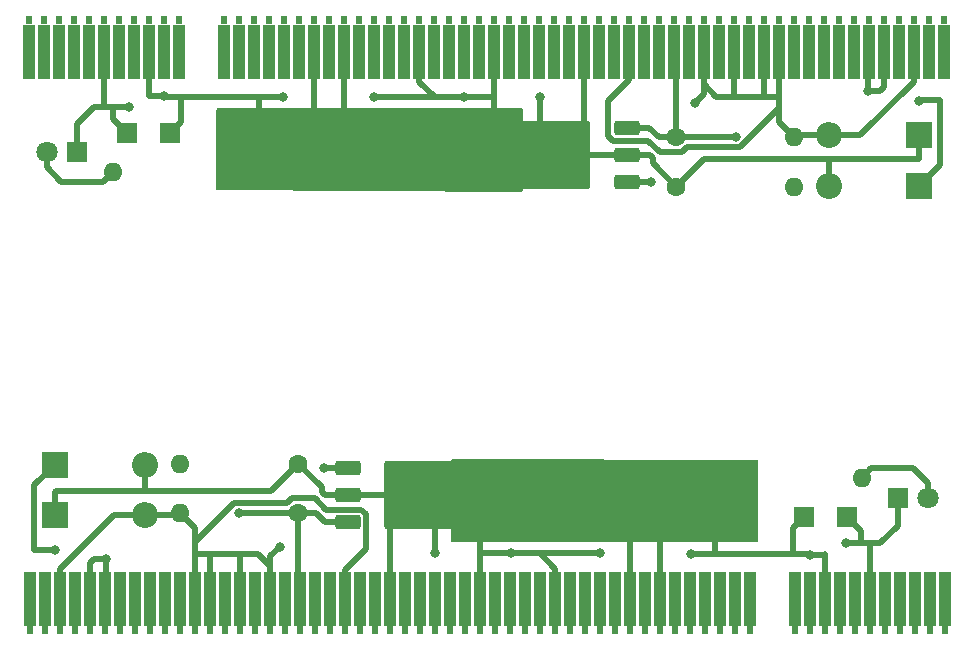
<source format=gbr>
%TF.GenerationSoftware,KiCad,Pcbnew,7.0.7*%
%TF.CreationDate,2023-11-02T08:16:25-05:00*%
%TF.ProjectId,PCI Blaster Mouse Bites,50434920-426c-4617-9374-6572204d6f75,rev?*%
%TF.SameCoordinates,Original*%
%TF.FileFunction,Copper,L1,Top*%
%TF.FilePolarity,Positive*%
%FSLAX46Y46*%
G04 Gerber Fmt 4.6, Leading zero omitted, Abs format (unit mm)*
G04 Created by KiCad (PCBNEW 7.0.7) date 2023-11-02 08:16:25*
%MOMM*%
%LPD*%
G01*
G04 APERTURE LIST*
G04 Aperture macros list*
%AMRoundRect*
0 Rectangle with rounded corners*
0 $1 Rounding radius*
0 $2 $3 $4 $5 $6 $7 $8 $9 X,Y pos of 4 corners*
0 Add a 4 corners polygon primitive as box body*
4,1,4,$2,$3,$4,$5,$6,$7,$8,$9,$2,$3,0*
0 Add four circle primitives for the rounded corners*
1,1,$1+$1,$2,$3*
1,1,$1+$1,$4,$5*
1,1,$1+$1,$6,$7*
1,1,$1+$1,$8,$9*
0 Add four rect primitives between the rounded corners*
20,1,$1+$1,$2,$3,$4,$5,0*
20,1,$1+$1,$4,$5,$6,$7,0*
20,1,$1+$1,$6,$7,$8,$9,0*
20,1,$1+$1,$8,$9,$2,$3,0*%
G04 Aperture macros list end*
%TA.AperFunction,ComponentPad*%
%ADD10R,2.200000X2.200000*%
%TD*%
%TA.AperFunction,ComponentPad*%
%ADD11O,2.200000X2.200000*%
%TD*%
%TA.AperFunction,ComponentPad*%
%ADD12C,1.600000*%
%TD*%
%TA.AperFunction,ComponentPad*%
%ADD13O,1.600000X1.600000*%
%TD*%
%TA.AperFunction,ConnectorPad*%
%ADD14R,1.020000X4.570000*%
%TD*%
%TA.AperFunction,ConnectorPad*%
%ADD15R,0.510000X0.760000*%
%TD*%
%TA.AperFunction,SMDPad,CuDef*%
%ADD16RoundRect,0.250000X0.850000X0.350000X-0.850000X0.350000X-0.850000X-0.350000X0.850000X-0.350000X0*%
%TD*%
%TA.AperFunction,SMDPad,CuDef*%
%ADD17RoundRect,0.250000X1.275000X1.125000X-1.275000X1.125000X-1.275000X-1.125000X1.275000X-1.125000X0*%
%TD*%
%TA.AperFunction,SMDPad,CuDef*%
%ADD18RoundRect,0.249997X2.950003X2.650003X-2.950003X2.650003X-2.950003X-2.650003X2.950003X-2.650003X0*%
%TD*%
%TA.AperFunction,ComponentPad*%
%ADD19R,1.700000X1.700000*%
%TD*%
%TA.AperFunction,ComponentPad*%
%ADD20R,1.800000X1.800000*%
%TD*%
%TA.AperFunction,ComponentPad*%
%ADD21C,1.800000*%
%TD*%
%TA.AperFunction,SMDPad,CuDef*%
%ADD22RoundRect,0.250000X-0.850000X-0.350000X0.850000X-0.350000X0.850000X0.350000X-0.850000X0.350000X0*%
%TD*%
%TA.AperFunction,SMDPad,CuDef*%
%ADD23RoundRect,0.250000X-1.275000X-1.125000X1.275000X-1.125000X1.275000X1.125000X-1.275000X1.125000X0*%
%TD*%
%TA.AperFunction,SMDPad,CuDef*%
%ADD24RoundRect,0.249997X-2.950003X-2.650003X2.950003X-2.650003X2.950003X2.650003X-2.950003X2.650003X0*%
%TD*%
%TA.AperFunction,ViaPad*%
%ADD25C,0.800000*%
%TD*%
%TA.AperFunction,Conductor*%
%ADD26C,0.500000*%
%TD*%
%TA.AperFunction,Conductor*%
%ADD27C,0.250000*%
%TD*%
G04 APERTURE END LIST*
D10*
%TO.P,D1,1,K*%
%TO.N,+5V*%
X190583000Y-74527000D03*
D11*
%TO.P,D1,2,A*%
%TO.N,+3.3V*%
X182963000Y-74527000D03*
%TD*%
D10*
%TO.P,D2,1,K*%
%TO.N,+3.3V*%
X190583000Y-70277000D03*
D11*
%TO.P,D2,2,A*%
%TO.N,GND*%
X182963000Y-70277000D03*
%TD*%
D12*
%TO.P,C2,1*%
%TO.N,+3.3V*%
X169998000Y-74602000D03*
D13*
%TO.P,C2,2*%
%TO.N,GND*%
X179998000Y-74602000D03*
%TD*%
D12*
%TO.P,C1,1*%
%TO.N,+5V*%
X169998000Y-70442000D03*
D13*
%TO.P,C1,2*%
%TO.N,GND*%
X179998000Y-70442000D03*
%TD*%
D14*
%TO.P,J1,B1,-12V*%
%TO.N,unconnected-(J1--12V-PadB1)*%
X192683000Y-63172000D03*
D15*
X192683000Y-60512000D03*
D14*
%TO.P,J1,B2,TCK*%
%TO.N,unconnected-(J1-TCK-PadB2)*%
X191413000Y-63172000D03*
D15*
X191413000Y-60512000D03*
D14*
%TO.P,J1,B3,GND*%
%TO.N,GND*%
X190153000Y-63172000D03*
D15*
X190153000Y-60512000D03*
D14*
%TO.P,J1,B4,TDO*%
%TO.N,unconnected-(J1-TDO-PadB4)*%
X188873000Y-63172000D03*
D15*
X188873000Y-60512000D03*
D14*
%TO.P,J1,B5,+5V*%
%TO.N,+5V*%
X187603000Y-63172000D03*
D15*
X187603000Y-60512000D03*
D14*
%TO.P,J1,B6,+5V*%
X186333000Y-63172000D03*
D15*
X186333000Y-60512000D03*
D14*
%TO.P,J1,B7,INTB#*%
%TO.N,unconnected-(J1-INTB#-PadB7)*%
X185063000Y-63172000D03*
D15*
X185063000Y-60512000D03*
D14*
%TO.P,J1,B8,INTD#*%
%TO.N,unconnected-(J1-INTD#-PadB8)*%
X183793000Y-63172000D03*
D15*
X183793000Y-60512000D03*
D14*
%TO.P,J1,B9,PRSNT1#*%
%TO.N,unconnected-(J1-PRSNT1#-PadB9)*%
X182523000Y-63172000D03*
D15*
X182523000Y-60512000D03*
D14*
%TO.P,J1,B10,RESERVED*%
%TO.N,unconnected-(J1-RESERVED-PadB10)*%
X181253000Y-63172000D03*
D15*
X181253000Y-60512000D03*
D14*
%TO.P,J1,B11,PRSNT2#*%
%TO.N,unconnected-(J1-PRSNT2#-PadB11)*%
X179983000Y-63172000D03*
D15*
X179983000Y-60512000D03*
D14*
%TO.P,J1,B12,GND*%
%TO.N,GND*%
X178723000Y-63172000D03*
D15*
X178723000Y-60512000D03*
D14*
%TO.P,J1,B13,GND*%
X177443000Y-63172000D03*
D15*
X177443000Y-60512000D03*
D14*
%TO.P,J1,B14,RESERVED*%
%TO.N,unconnected-(J1-RESERVED-PadB14)*%
X176173000Y-63172000D03*
D15*
X176173000Y-60512000D03*
D14*
%TO.P,J1,B15,GND*%
%TO.N,GND*%
X174903000Y-63172000D03*
D15*
X174903000Y-60512000D03*
D14*
%TO.P,J1,B16,CLK*%
%TO.N,unconnected-(J1-CLK-PadB16)*%
X173633000Y-63172000D03*
D15*
X173633000Y-60512000D03*
D14*
%TO.P,J1,B17,GND*%
%TO.N,GND*%
X172363000Y-63172000D03*
D15*
X172363000Y-60512000D03*
D14*
%TO.P,J1,B18,REQ#*%
%TO.N,unconnected-(J1-REQ#-PadB18)*%
X171093000Y-63172000D03*
D15*
X171093000Y-60512000D03*
D14*
%TO.P,J1,B19,+5V*%
%TO.N,+5V*%
X169833000Y-63172000D03*
D15*
X169833000Y-60512000D03*
D14*
%TO.P,J1,B20,AD[31]*%
%TO.N,unconnected-(J1-AD[31]-PadB20)*%
X168553000Y-63172000D03*
D15*
X168553000Y-60512000D03*
D14*
%TO.P,J1,B21,AD[29]*%
%TO.N,unconnected-(J1-AD[29]-PadB21)*%
X167293000Y-63172000D03*
D15*
X167293000Y-60512000D03*
D14*
%TO.P,J1,B22,GND*%
%TO.N,GND*%
X166013000Y-63172000D03*
D15*
X166013000Y-60512000D03*
D14*
%TO.P,J1,B23,AD[27]*%
%TO.N,unconnected-(J1-AD[27]-PadB23)*%
X164743000Y-63172000D03*
D15*
X164743000Y-60512000D03*
D14*
%TO.P,J1,B24,AD[25]*%
%TO.N,unconnected-(J1-AD[25]-PadB24)*%
X163473000Y-63172000D03*
D15*
X163473000Y-60512000D03*
D14*
%TO.P,J1,B25,+3.3V*%
%TO.N,+3.3V*%
X162203000Y-63172000D03*
D15*
X162203000Y-60512000D03*
D14*
%TO.P,J1,B26,C/BE#[3]*%
%TO.N,unconnected-(J1-C{slash}BE#[3]-PadB26)*%
X160933000Y-63172000D03*
D15*
X160933000Y-60512000D03*
D14*
%TO.P,J1,B27,AD[23]*%
%TO.N,unconnected-(J1-AD[23]-PadB27)*%
X159663000Y-63172000D03*
D15*
X159663000Y-60512000D03*
D14*
%TO.P,J1,B28,GND*%
%TO.N,GND*%
X158393000Y-63172000D03*
D15*
X158393000Y-60512000D03*
D14*
%TO.P,J1,B29,AD[21]*%
%TO.N,unconnected-(J1-AD[21]-PadB29)*%
X157123000Y-63172000D03*
D15*
X157123000Y-60512000D03*
D14*
%TO.P,J1,B30,AD[19]*%
%TO.N,unconnected-(J1-AD[19]-PadB30)*%
X155853000Y-63172000D03*
D15*
X155853000Y-60512000D03*
D14*
%TO.P,J1,B31,+3.3V*%
%TO.N,+3.3V*%
X154583000Y-63172000D03*
D15*
X154583000Y-60512000D03*
D14*
%TO.P,J1,B32,AD[17]*%
%TO.N,unconnected-(J1-AD[17]-PadB32)*%
X153313000Y-63172000D03*
D15*
X153313000Y-60512000D03*
D14*
%TO.P,J1,B33,C/BE#[2]*%
%TO.N,unconnected-(J1-C{slash}BE#[2]-PadB33)*%
X152043000Y-63172000D03*
D15*
X152043000Y-60512000D03*
D14*
%TO.P,J1,B34,GND*%
%TO.N,GND*%
X150773000Y-63172000D03*
D15*
X150773000Y-60512000D03*
D14*
%TO.P,J1,B35,IRDY#*%
%TO.N,unconnected-(J1-IRDY#-PadB35)*%
X149503000Y-63172000D03*
D15*
X149503000Y-60512000D03*
D14*
%TO.P,J1,B36,+3.3V*%
%TO.N,+3.3V*%
X148233000Y-63172000D03*
D15*
X148233000Y-60512000D03*
D14*
%TO.P,J1,B37,DEVSEL#*%
%TO.N,unconnected-(J1-DEVSEL#-PadB37)*%
X146963000Y-63172000D03*
D15*
X146963000Y-60512000D03*
D14*
%TO.P,J1,B38,GND*%
%TO.N,GND*%
X145693000Y-63172000D03*
D15*
X145693000Y-60512000D03*
D14*
%TO.P,J1,B39,LOCK#*%
%TO.N,unconnected-(J1-LOCK#-PadB39)*%
X144423000Y-63172000D03*
D15*
X144423000Y-60512000D03*
D14*
%TO.P,J1,B40,PERR#*%
%TO.N,unconnected-(J1-PERR#-PadB40)*%
X143153000Y-63172000D03*
D15*
X143153000Y-60512000D03*
D14*
%TO.P,J1,B41,+3.3V*%
%TO.N,+3.3V*%
X141883000Y-63172000D03*
D15*
X141883000Y-60512000D03*
D14*
%TO.P,J1,B42,SERR#*%
%TO.N,unconnected-(J1-SERR#-PadB42)*%
X140613000Y-63172000D03*
D15*
X140613000Y-60512000D03*
D14*
%TO.P,J1,B43,+3.3V*%
%TO.N,+3.3V*%
X139343000Y-63172000D03*
D15*
X139343000Y-60512000D03*
D14*
%TO.P,J1,B44,C/BE#[1]*%
%TO.N,unconnected-(J1-C{slash}BE#[1]-PadB44)*%
X138073000Y-63172000D03*
D15*
X138073000Y-60512000D03*
D14*
%TO.P,J1,B45,AD[14]*%
%TO.N,unconnected-(J1-AD[14]-PadB45)*%
X136803000Y-63172000D03*
D15*
X136803000Y-60512000D03*
D14*
%TO.P,J1,B46,GND*%
%TO.N,GND*%
X135533000Y-63172000D03*
D15*
X135533000Y-60512000D03*
D14*
%TO.P,J1,B47,AD[12]*%
%TO.N,unconnected-(J1-AD[12]-PadB47)*%
X134263000Y-63172000D03*
D15*
X134263000Y-60512000D03*
D14*
%TO.P,J1,B48,AD[10]*%
%TO.N,unconnected-(J1-AD[10]-PadB48)*%
X132993000Y-63172000D03*
D15*
X132993000Y-60512000D03*
D14*
%TO.P,J1,B49,GND*%
%TO.N,GND*%
X131723000Y-63172000D03*
D15*
X131723000Y-60512000D03*
D14*
%TO.P,J1,B52,AD[08]*%
%TO.N,unconnected-(J1-AD[08]-PadB52)*%
X127913000Y-63172000D03*
D15*
X127913000Y-60512000D03*
D14*
%TO.P,J1,B53,AD[07]*%
%TO.N,unconnected-(J1-AD[07]-PadB53)*%
X126643000Y-63172000D03*
D15*
X126643000Y-60512000D03*
D14*
%TO.P,J1,B54,+3.3V*%
%TO.N,+3.3V*%
X125373000Y-63172000D03*
D15*
X125373000Y-60512000D03*
D14*
%TO.P,J1,B55,AD[05]*%
%TO.N,unconnected-(J1-AD[05]-PadB55)*%
X124103000Y-63172000D03*
D15*
X124103000Y-60512000D03*
D14*
%TO.P,J1,B56,AD[03]*%
%TO.N,unconnected-(J1-AD[03]-PadB56)*%
X122833000Y-63172000D03*
D15*
X122833000Y-60512000D03*
D14*
%TO.P,J1,B57,GND*%
%TO.N,GND*%
X121563000Y-63172000D03*
D15*
X121563000Y-60512000D03*
D14*
%TO.P,J1,B58,AD[01]*%
%TO.N,unconnected-(J1-AD[01]-PadB58)*%
X120293000Y-63172000D03*
D15*
X120293000Y-60512000D03*
D14*
%TO.P,J1,B59,+5V*%
%TO.N,+5V*%
X119023000Y-63172000D03*
D15*
X119023000Y-60512000D03*
D14*
%TO.P,J1,B60,ACK64#*%
%TO.N,unconnected-(J1-ACK64#-PadB60)*%
X117753000Y-63172000D03*
D15*
X117753000Y-60512000D03*
D14*
%TO.P,J1,B61,+5V*%
%TO.N,+5V*%
X116483000Y-63172000D03*
D15*
X116483000Y-60512000D03*
D14*
%TO.P,J1,B62,+5V*%
X115223000Y-63172000D03*
D15*
X115223000Y-60512000D03*
%TD*%
D16*
%TO.P,AMS1117CD-3.3,1,GND*%
%TO.N,GND*%
X165798000Y-74227000D03*
%TO.P,AMS1117CD-3.3,2,VO*%
%TO.N,+3.3V*%
X165798000Y-71947000D03*
D17*
X161173000Y-73472000D03*
X161173000Y-70422000D03*
D18*
X159498000Y-71947000D03*
D17*
X157823000Y-73472000D03*
X157823000Y-70422000D03*
D16*
%TO.P,AMS1117CD-3.3,3,VI*%
%TO.N,+5V*%
X165798000Y-69667000D03*
%TD*%
D19*
%TO.P,TP2,1,1*%
%TO.N,GND*%
X123523000Y-70057000D03*
%TD*%
%TO.P,TP1,1,1*%
%TO.N,+3.3V*%
X127173000Y-70097000D03*
%TD*%
D12*
%TO.P,R1,1*%
%TO.N,+3.3V*%
X132458000Y-73402000D03*
D13*
%TO.P,R1,2*%
%TO.N,Net-(LED1-A)*%
X122298000Y-73402000D03*
%TD*%
D20*
%TO.P,+3.3V,1,K*%
%TO.N,GND*%
X119258000Y-71652000D03*
D21*
%TO.P,+3.3V,2,A*%
%TO.N,Net-(LED1-A)*%
X116718000Y-71652000D03*
%TD*%
D10*
%TO.P,D2,1,K*%
%TO.N,+3.3V*%
X117417000Y-102383000D03*
D11*
%TO.P,D2,2,A*%
%TO.N,GND*%
X125037000Y-102383000D03*
%TD*%
D19*
%TO.P,TP2,1,1*%
%TO.N,GND*%
X184477000Y-102603000D03*
%TD*%
D14*
%TO.P,J1,B1,-12V*%
%TO.N,unconnected-(J1--12V-PadB1)*%
X115317000Y-109488000D03*
D15*
X115317000Y-112148000D03*
D14*
%TO.P,J1,B2,TCK*%
%TO.N,unconnected-(J1-TCK-PadB2)*%
X116587000Y-109488000D03*
D15*
X116587000Y-112148000D03*
D14*
%TO.P,J1,B3,GND*%
%TO.N,GND*%
X117847000Y-109488000D03*
D15*
X117847000Y-112148000D03*
D14*
%TO.P,J1,B4,TDO*%
%TO.N,unconnected-(J1-TDO-PadB4)*%
X119127000Y-109488000D03*
D15*
X119127000Y-112148000D03*
D14*
%TO.P,J1,B5,+5V*%
%TO.N,+5V*%
X120397000Y-109488000D03*
D15*
X120397000Y-112148000D03*
D14*
%TO.P,J1,B6,+5V*%
X121667000Y-109488000D03*
D15*
X121667000Y-112148000D03*
D14*
%TO.P,J1,B7,INTB#*%
%TO.N,unconnected-(J1-INTB#-PadB7)*%
X122937000Y-109488000D03*
D15*
X122937000Y-112148000D03*
D14*
%TO.P,J1,B8,INTD#*%
%TO.N,unconnected-(J1-INTD#-PadB8)*%
X124207000Y-109488000D03*
D15*
X124207000Y-112148000D03*
D14*
%TO.P,J1,B9,PRSNT1#*%
%TO.N,unconnected-(J1-PRSNT1#-PadB9)*%
X125477000Y-109488000D03*
D15*
X125477000Y-112148000D03*
D14*
%TO.P,J1,B10,RESERVED*%
%TO.N,unconnected-(J1-RESERVED-PadB10)*%
X126747000Y-109488000D03*
D15*
X126747000Y-112148000D03*
D14*
%TO.P,J1,B11,PRSNT2#*%
%TO.N,unconnected-(J1-PRSNT2#-PadB11)*%
X128017000Y-109488000D03*
D15*
X128017000Y-112148000D03*
D14*
%TO.P,J1,B12,GND*%
%TO.N,GND*%
X129277000Y-109488000D03*
D15*
X129277000Y-112148000D03*
D14*
%TO.P,J1,B13,GND*%
X130557000Y-109488000D03*
D15*
X130557000Y-112148000D03*
D14*
%TO.P,J1,B14,RESERVED*%
%TO.N,unconnected-(J1-RESERVED-PadB14)*%
X131827000Y-109488000D03*
D15*
X131827000Y-112148000D03*
D14*
%TO.P,J1,B15,GND*%
%TO.N,GND*%
X133097000Y-109488000D03*
D15*
X133097000Y-112148000D03*
D14*
%TO.P,J1,B16,CLK*%
%TO.N,unconnected-(J1-CLK-PadB16)*%
X134367000Y-109488000D03*
D15*
X134367000Y-112148000D03*
D14*
%TO.P,J1,B17,GND*%
%TO.N,GND*%
X135637000Y-109488000D03*
D15*
X135637000Y-112148000D03*
D14*
%TO.P,J1,B18,REQ#*%
%TO.N,unconnected-(J1-REQ#-PadB18)*%
X136907000Y-109488000D03*
D15*
X136907000Y-112148000D03*
D14*
%TO.P,J1,B19,+5V*%
%TO.N,+5V*%
X138167000Y-109488000D03*
D15*
X138167000Y-112148000D03*
D14*
%TO.P,J1,B20,AD[31]*%
%TO.N,unconnected-(J1-AD[31]-PadB20)*%
X139447000Y-109488000D03*
D15*
X139447000Y-112148000D03*
D14*
%TO.P,J1,B21,AD[29]*%
%TO.N,unconnected-(J1-AD[29]-PadB21)*%
X140707000Y-109488000D03*
D15*
X140707000Y-112148000D03*
D14*
%TO.P,J1,B22,GND*%
%TO.N,GND*%
X141987000Y-109488000D03*
D15*
X141987000Y-112148000D03*
D14*
%TO.P,J1,B23,AD[27]*%
%TO.N,unconnected-(J1-AD[27]-PadB23)*%
X143257000Y-109488000D03*
D15*
X143257000Y-112148000D03*
D14*
%TO.P,J1,B24,AD[25]*%
%TO.N,unconnected-(J1-AD[25]-PadB24)*%
X144527000Y-109488000D03*
D15*
X144527000Y-112148000D03*
D14*
%TO.P,J1,B25,+3.3V*%
%TO.N,+3.3V*%
X145797000Y-109488000D03*
D15*
X145797000Y-112148000D03*
D14*
%TO.P,J1,B26,C/BE#[3]*%
%TO.N,unconnected-(J1-C{slash}BE#[3]-PadB26)*%
X147067000Y-109488000D03*
D15*
X147067000Y-112148000D03*
D14*
%TO.P,J1,B27,AD[23]*%
%TO.N,unconnected-(J1-AD[23]-PadB27)*%
X148337000Y-109488000D03*
D15*
X148337000Y-112148000D03*
D14*
%TO.P,J1,B28,GND*%
%TO.N,GND*%
X149607000Y-109488000D03*
D15*
X149607000Y-112148000D03*
D14*
%TO.P,J1,B29,AD[21]*%
%TO.N,unconnected-(J1-AD[21]-PadB29)*%
X150877000Y-109488000D03*
D15*
X150877000Y-112148000D03*
D14*
%TO.P,J1,B30,AD[19]*%
%TO.N,unconnected-(J1-AD[19]-PadB30)*%
X152147000Y-109488000D03*
D15*
X152147000Y-112148000D03*
D14*
%TO.P,J1,B31,+3.3V*%
%TO.N,+3.3V*%
X153417000Y-109488000D03*
D15*
X153417000Y-112148000D03*
D14*
%TO.P,J1,B32,AD[17]*%
%TO.N,unconnected-(J1-AD[17]-PadB32)*%
X154687000Y-109488000D03*
D15*
X154687000Y-112148000D03*
D14*
%TO.P,J1,B33,C/BE#[2]*%
%TO.N,unconnected-(J1-C{slash}BE#[2]-PadB33)*%
X155957000Y-109488000D03*
D15*
X155957000Y-112148000D03*
D14*
%TO.P,J1,B34,GND*%
%TO.N,GND*%
X157227000Y-109488000D03*
D15*
X157227000Y-112148000D03*
D14*
%TO.P,J1,B35,IRDY#*%
%TO.N,unconnected-(J1-IRDY#-PadB35)*%
X158497000Y-109488000D03*
D15*
X158497000Y-112148000D03*
D14*
%TO.P,J1,B36,+3.3V*%
%TO.N,+3.3V*%
X159767000Y-109488000D03*
D15*
X159767000Y-112148000D03*
D14*
%TO.P,J1,B37,DEVSEL#*%
%TO.N,unconnected-(J1-DEVSEL#-PadB37)*%
X161037000Y-109488000D03*
D15*
X161037000Y-112148000D03*
D14*
%TO.P,J1,B38,GND*%
%TO.N,GND*%
X162307000Y-109488000D03*
D15*
X162307000Y-112148000D03*
D14*
%TO.P,J1,B39,LOCK#*%
%TO.N,unconnected-(J1-LOCK#-PadB39)*%
X163577000Y-109488000D03*
D15*
X163577000Y-112148000D03*
D14*
%TO.P,J1,B40,PERR#*%
%TO.N,unconnected-(J1-PERR#-PadB40)*%
X164847000Y-109488000D03*
D15*
X164847000Y-112148000D03*
D14*
%TO.P,J1,B41,+3.3V*%
%TO.N,+3.3V*%
X166117000Y-109488000D03*
D15*
X166117000Y-112148000D03*
D14*
%TO.P,J1,B42,SERR#*%
%TO.N,unconnected-(J1-SERR#-PadB42)*%
X167387000Y-109488000D03*
D15*
X167387000Y-112148000D03*
D14*
%TO.P,J1,B43,+3.3V*%
%TO.N,+3.3V*%
X168657000Y-109488000D03*
D15*
X168657000Y-112148000D03*
D14*
%TO.P,J1,B44,C/BE#[1]*%
%TO.N,unconnected-(J1-C{slash}BE#[1]-PadB44)*%
X169927000Y-109488000D03*
D15*
X169927000Y-112148000D03*
D14*
%TO.P,J1,B45,AD[14]*%
%TO.N,unconnected-(J1-AD[14]-PadB45)*%
X171197000Y-109488000D03*
D15*
X171197000Y-112148000D03*
D14*
%TO.P,J1,B46,GND*%
%TO.N,GND*%
X172467000Y-109488000D03*
D15*
X172467000Y-112148000D03*
D14*
%TO.P,J1,B47,AD[12]*%
%TO.N,unconnected-(J1-AD[12]-PadB47)*%
X173737000Y-109488000D03*
D15*
X173737000Y-112148000D03*
D14*
%TO.P,J1,B48,AD[10]*%
%TO.N,unconnected-(J1-AD[10]-PadB48)*%
X175007000Y-109488000D03*
D15*
X175007000Y-112148000D03*
D14*
%TO.P,J1,B49,GND*%
%TO.N,GND*%
X176277000Y-109488000D03*
D15*
X176277000Y-112148000D03*
D14*
%TO.P,J1,B52,AD[08]*%
%TO.N,unconnected-(J1-AD[08]-PadB52)*%
X180087000Y-109488000D03*
D15*
X180087000Y-112148000D03*
D14*
%TO.P,J1,B53,AD[07]*%
%TO.N,unconnected-(J1-AD[07]-PadB53)*%
X181357000Y-109488000D03*
D15*
X181357000Y-112148000D03*
D14*
%TO.P,J1,B54,+3.3V*%
%TO.N,+3.3V*%
X182627000Y-109488000D03*
D15*
X182627000Y-112148000D03*
D14*
%TO.P,J1,B55,AD[05]*%
%TO.N,unconnected-(J1-AD[05]-PadB55)*%
X183897000Y-109488000D03*
D15*
X183897000Y-112148000D03*
D14*
%TO.P,J1,B56,AD[03]*%
%TO.N,unconnected-(J1-AD[03]-PadB56)*%
X185167000Y-109488000D03*
D15*
X185167000Y-112148000D03*
D14*
%TO.P,J1,B57,GND*%
%TO.N,GND*%
X186437000Y-109488000D03*
D15*
X186437000Y-112148000D03*
D14*
%TO.P,J1,B58,AD[01]*%
%TO.N,unconnected-(J1-AD[01]-PadB58)*%
X187707000Y-109488000D03*
D15*
X187707000Y-112148000D03*
D14*
%TO.P,J1,B59,+5V*%
%TO.N,+5V*%
X188977000Y-109488000D03*
D15*
X188977000Y-112148000D03*
D14*
%TO.P,J1,B60,ACK64#*%
%TO.N,unconnected-(J1-ACK64#-PadB60)*%
X190247000Y-109488000D03*
D15*
X190247000Y-112148000D03*
D14*
%TO.P,J1,B61,+5V*%
%TO.N,+5V*%
X191517000Y-109488000D03*
D15*
X191517000Y-112148000D03*
D14*
%TO.P,J1,B62,+5V*%
X192777000Y-109488000D03*
D15*
X192777000Y-112148000D03*
%TD*%
D20*
%TO.P,+3.3V,1,K*%
%TO.N,GND*%
X188742000Y-101008000D03*
D21*
%TO.P,+3.3V,2,A*%
%TO.N,Net-(LED1-A)*%
X191282000Y-101008000D03*
%TD*%
D12*
%TO.P,R1,1*%
%TO.N,+3.3V*%
X175542000Y-99258000D03*
D13*
%TO.P,R1,2*%
%TO.N,Net-(LED1-A)*%
X185702000Y-99258000D03*
%TD*%
D12*
%TO.P,C1,1*%
%TO.N,+5V*%
X138002000Y-102218000D03*
D13*
%TO.P,C1,2*%
%TO.N,GND*%
X128002000Y-102218000D03*
%TD*%
D10*
%TO.P,D1,1,K*%
%TO.N,+5V*%
X117417000Y-98133000D03*
D11*
%TO.P,D1,2,A*%
%TO.N,+3.3V*%
X125037000Y-98133000D03*
%TD*%
D12*
%TO.P,C2,1*%
%TO.N,+3.3V*%
X138002000Y-98058000D03*
D13*
%TO.P,C2,2*%
%TO.N,GND*%
X128002000Y-98058000D03*
%TD*%
D22*
%TO.P,AMS1117CD-3.3,1,GND*%
%TO.N,GND*%
X142202000Y-98433000D03*
%TO.P,AMS1117CD-3.3,2,VO*%
%TO.N,+3.3V*%
X142202000Y-100713000D03*
D23*
X146827000Y-99188000D03*
X146827000Y-102238000D03*
D24*
X148502000Y-100713000D03*
D23*
X150177000Y-99188000D03*
X150177000Y-102238000D03*
D22*
%TO.P,AMS1117CD-3.3,3,VI*%
%TO.N,+5V*%
X142202000Y-102993000D03*
%TD*%
D19*
%TO.P,TP1,1,1*%
%TO.N,+3.3V*%
X180827000Y-102563000D03*
%TD*%
D25*
%TO.N,+3.3V*%
X136723000Y-66977000D03*
%TO.N,GND*%
X167840000Y-74239000D03*
%TO.N,+3.3V*%
X158448000Y-67027500D03*
X126648000Y-66902000D03*
%TO.N,GND*%
X171573000Y-67552000D03*
%TO.N,+3.3V*%
X137868000Y-73350000D03*
X148028000Y-74112000D03*
X140154000Y-73350000D03*
X150568000Y-74112000D03*
X152023000Y-67027500D03*
X155013000Y-69921000D03*
%TO.N,+5V*%
X190598000Y-67327000D03*
X186255000Y-66492000D03*
X175048000Y-70427000D03*
%TO.N,+3.3V*%
X144423000Y-67027500D03*
X153108000Y-74112000D03*
X145488000Y-74112000D03*
%TO.N,GND*%
X123648000Y-67877000D03*
%TO.N,+5V*%
X117402000Y-105333000D03*
X132952000Y-102233000D03*
X121745000Y-106168000D03*
%TO.N,GND*%
X184352000Y-104783000D03*
X136427000Y-105108000D03*
X140160000Y-98421000D03*
%TO.N,+3.3V*%
X149552000Y-105632500D03*
X170132000Y-99310000D03*
X159972000Y-98548000D03*
X152987000Y-102739000D03*
X155977000Y-105632500D03*
X162512000Y-98548000D03*
X154892000Y-98548000D03*
X157432000Y-98548000D03*
X181352000Y-105758000D03*
X167846000Y-99310000D03*
X163577000Y-105632500D03*
X171277000Y-105683000D03*
%TD*%
D26*
%TO.N,Net-(LED1-A)*%
X121498001Y-74201999D02*
X117937999Y-74201999D01*
%TO.N,+3.3V*%
X182963000Y-74527000D02*
X182963000Y-72287000D01*
X182998000Y-72252000D02*
X190548000Y-72252000D01*
D27*
X154507500Y-67027500D02*
X154583000Y-66952000D01*
D26*
X190583000Y-72217000D02*
X190583000Y-70277000D01*
D27*
X141883000Y-68642000D02*
X141873000Y-68652000D01*
D26*
%TO.N,Net-(LED1-A)*%
X117937999Y-74201999D02*
X116718000Y-72982000D01*
%TO.N,+3.3V*%
X169998000Y-74602000D02*
X172348000Y-72252000D01*
X144423000Y-67027500D02*
X149553500Y-67027500D01*
X149553500Y-67027500D02*
X148233000Y-65707000D01*
%TO.N,Net-(LED1-A)*%
X116718000Y-72982000D02*
X116718000Y-71652000D01*
D27*
%TO.N,+3.3V*%
X157823000Y-70422000D02*
X158448000Y-69797000D01*
D26*
X158448000Y-69797000D02*
X158448000Y-67027500D01*
X154583000Y-66952000D02*
X154583000Y-68742000D01*
X139343000Y-63172000D02*
X139343000Y-68697000D01*
X167768000Y-71947000D02*
X165798000Y-71947000D01*
X134698000Y-66977000D02*
X134698000Y-68702000D01*
X190548000Y-72252000D02*
X190583000Y-72217000D01*
X134698000Y-66977000D02*
X136723000Y-66977000D01*
X141883000Y-63172000D02*
X141883000Y-68642000D01*
X152023000Y-67027500D02*
X154507500Y-67027500D01*
D27*
X182963000Y-72287000D02*
X182998000Y-72252000D01*
D26*
X165798000Y-71947000D02*
X159498000Y-71947000D01*
X126648000Y-66902000D02*
X125398000Y-66902000D01*
%TO.N,GND*%
X178723000Y-66977000D02*
X177448000Y-66977000D01*
%TO.N,+3.3V*%
X126648000Y-66902000D02*
X126723000Y-66977000D01*
%TO.N,GND*%
X174873000Y-66977000D02*
X174903000Y-66947000D01*
%TO.N,+3.3V*%
X152023000Y-67027500D02*
X149553500Y-67027500D01*
%TO.N,GND*%
X178723000Y-67327000D02*
X178723000Y-66977000D01*
X182963000Y-70277000D02*
X180163000Y-70277000D01*
X177443000Y-66972000D02*
X177443000Y-63172000D01*
%TO.N,+3.3V*%
X128098000Y-69172000D02*
X127173000Y-70097000D01*
%TO.N,GND*%
X174873000Y-66977000D02*
X173383000Y-66977000D01*
X120718000Y-67852000D02*
X119258000Y-69312000D01*
X122348000Y-68882000D02*
X122348000Y-67852000D01*
X178723000Y-67954082D02*
X175400082Y-71277000D01*
X120718000Y-67852000D02*
X121563000Y-67852000D01*
X165798000Y-74227000D02*
X167828000Y-74227000D01*
X179998000Y-70442000D02*
X178723000Y-69167000D01*
X172363000Y-66762000D02*
X172363000Y-65957000D01*
X178723000Y-69167000D02*
X178723000Y-67327000D01*
X123523000Y-70057000D02*
X122348000Y-68882000D01*
X173383000Y-66977000D02*
X172363000Y-65957000D01*
X122348000Y-67852000D02*
X123623000Y-67852000D01*
%TO.N,+3.3V*%
X125398000Y-66902000D02*
X125373000Y-66927000D01*
%TO.N,GND*%
X166013000Y-65597000D02*
X166013000Y-63172000D01*
D27*
%TO.N,+3.3V*%
X139343000Y-68697000D02*
X139348000Y-68702000D01*
D26*
%TO.N,GND*%
X119258000Y-69312000D02*
X119258000Y-71652000D01*
X175400082Y-71277000D02*
X170930767Y-71277000D01*
X190153000Y-65707000D02*
X190153000Y-63172000D01*
X123623000Y-67852000D02*
X123648000Y-67877000D01*
X170515767Y-71692000D02*
X168612949Y-71692000D01*
%TO.N,Net-(LED1-A)*%
X122298000Y-73402000D02*
X121498001Y-74201999D01*
%TO.N,GND*%
X121563000Y-67852000D02*
X121563000Y-63172000D01*
X178723000Y-66977000D02*
X178723000Y-63172000D01*
X177448000Y-66977000D02*
X174873000Y-66977000D01*
X171573000Y-67552000D02*
X172363000Y-66762000D01*
%TO.N,+3.3V*%
X126723000Y-66977000D02*
X128098000Y-66977000D01*
D27*
%TO.N,GND*%
X122398000Y-67902000D02*
X122348000Y-67852000D01*
D26*
X172363000Y-65957000D02*
X172363000Y-63172000D01*
X167637949Y-70717000D02*
X164658051Y-70717000D01*
X164248000Y-70306949D02*
X164248000Y-67362000D01*
X170930767Y-71277000D02*
X170515767Y-71692000D01*
%TO.N,+3.3V*%
X162203000Y-69242000D02*
X162203000Y-63172000D01*
D27*
%TO.N,GND*%
X167828000Y-74227000D02*
X167840000Y-74239000D01*
D26*
X177448000Y-66977000D02*
X177443000Y-66972000D01*
%TO.N,+3.3V*%
X128098000Y-66977000D02*
X134698000Y-66977000D01*
X168023000Y-72202000D02*
X167768000Y-71947000D01*
%TO.N,GND*%
X180163000Y-70277000D02*
X179998000Y-70442000D01*
%TO.N,+3.3V*%
X159498000Y-71947000D02*
X162203000Y-69242000D01*
%TO.N,GND*%
X182963000Y-70277000D02*
X185583000Y-70277000D01*
X121563000Y-67852000D02*
X122348000Y-67852000D01*
X164248000Y-67362000D02*
X166013000Y-65597000D01*
%TO.N,+5V*%
X167738000Y-69667000D02*
X165798000Y-69667000D01*
X175033000Y-70442000D02*
X175048000Y-70427000D01*
X169998000Y-70442000D02*
X168513000Y-70442000D01*
X190623000Y-67302000D02*
X190598000Y-67327000D01*
%TO.N,+3.3V*%
X128098000Y-66977000D02*
X128098000Y-69172000D01*
%TO.N,GND*%
X174903000Y-66947000D02*
X174903000Y-63172000D01*
X164658051Y-70717000D02*
X164248000Y-70306949D01*
%TO.N,+5V*%
X169998000Y-70442000D02*
X175033000Y-70442000D01*
X190583000Y-74527000D02*
X192348000Y-72762000D01*
%TO.N,+3.3V*%
X169998000Y-74602000D02*
X168023000Y-72627000D01*
D27*
X154583000Y-68742000D02*
X154573000Y-68752000D01*
D26*
%TO.N,+5V*%
X169998000Y-70442000D02*
X169998000Y-63337000D01*
X192348000Y-72762000D02*
X192348000Y-67302000D01*
%TO.N,+3.3V*%
X148233000Y-65707000D02*
X148233000Y-63172000D01*
%TO.N,+5V*%
X187271000Y-66492000D02*
X186255000Y-66492000D01*
%TO.N,+3.3V*%
X168023000Y-72627000D02*
X168023000Y-72202000D01*
%TO.N,+5V*%
X186255000Y-66492000D02*
X186255000Y-63250000D01*
X186255000Y-63250000D02*
X186333000Y-63172000D01*
%TO.N,+3.3V*%
X172348000Y-72252000D02*
X182998000Y-72252000D01*
X154583000Y-63172000D02*
X154583000Y-66952000D01*
%TO.N,GND*%
X168612949Y-71692000D02*
X167637949Y-70717000D01*
%TO.N,+5V*%
X168513000Y-70442000D02*
X167738000Y-69667000D01*
X192348000Y-67302000D02*
X190623000Y-67302000D01*
X187603000Y-63172000D02*
X187603000Y-66160000D01*
X187603000Y-66160000D02*
X187271000Y-66492000D01*
%TO.N,+3.3V*%
X125373000Y-66927000D02*
X125373000Y-63172000D01*
%TO.N,GND*%
X178723000Y-67327000D02*
X178723000Y-67954082D01*
X185583000Y-70277000D02*
X190153000Y-65707000D01*
%TO.N,+5V*%
X169998000Y-63337000D02*
X169833000Y-63172000D01*
X139487000Y-102218000D02*
X140262000Y-102993000D01*
X121745000Y-109410000D02*
X121667000Y-109488000D01*
X138002000Y-102218000D02*
X138002000Y-109323000D01*
X138002000Y-102218000D02*
X132967000Y-102218000D01*
X121745000Y-106168000D02*
X121745000Y-109410000D01*
X117377000Y-105358000D02*
X117402000Y-105333000D01*
X115652000Y-99898000D02*
X115652000Y-105358000D01*
X138002000Y-102218000D02*
X139487000Y-102218000D01*
X120729000Y-106168000D02*
X121745000Y-106168000D01*
X132967000Y-102218000D02*
X132952000Y-102233000D01*
X140262000Y-102993000D02*
X142202000Y-102993000D01*
X138002000Y-109323000D02*
X138167000Y-109488000D01*
X120397000Y-106500000D02*
X120729000Y-106168000D01*
X115652000Y-105358000D02*
X117377000Y-105358000D01*
X117417000Y-98133000D02*
X115652000Y-99898000D01*
X120397000Y-109488000D02*
X120397000Y-106500000D01*
%TO.N,GND*%
X143752000Y-105298000D02*
X141987000Y-107063000D01*
X143752000Y-102353051D02*
X143752000Y-105298000D01*
X137484233Y-100968000D02*
X139387051Y-100968000D01*
X130552000Y-105683000D02*
X133127000Y-105683000D01*
X143341949Y-101943000D02*
X143752000Y-102353051D01*
X139387051Y-100968000D02*
X140362051Y-101943000D01*
D27*
X185602000Y-104758000D02*
X185652000Y-104808000D01*
D26*
X129277000Y-105683000D02*
X129277000Y-109488000D01*
X136427000Y-105108000D02*
X135637000Y-105898000D01*
X117847000Y-106953000D02*
X117847000Y-109488000D01*
X140362051Y-101943000D02*
X143341949Y-101943000D01*
X135637000Y-106703000D02*
X135637000Y-109488000D01*
D27*
X140172000Y-98433000D02*
X140160000Y-98421000D01*
D26*
X129277000Y-105333000D02*
X129277000Y-104705918D01*
X186437000Y-104808000D02*
X186437000Y-109488000D01*
X184377000Y-104808000D02*
X184352000Y-104783000D01*
X132599918Y-101383000D02*
X137069233Y-101383000D01*
X133097000Y-105713000D02*
X133097000Y-109488000D01*
X129277000Y-104705918D02*
X132599918Y-101383000D01*
X127837000Y-102383000D02*
X128002000Y-102218000D01*
X186437000Y-104808000D02*
X185652000Y-104808000D01*
X188742000Y-103348000D02*
X188742000Y-101008000D01*
X129277000Y-103493000D02*
X129277000Y-105333000D01*
X142202000Y-98433000D02*
X140172000Y-98433000D01*
X137069233Y-101383000D02*
X137484233Y-100968000D01*
X129277000Y-105683000D02*
X130552000Y-105683000D01*
X133127000Y-105683000D02*
X134617000Y-105683000D01*
X141987000Y-107063000D02*
X141987000Y-109488000D01*
X187282000Y-104808000D02*
X188742000Y-103348000D01*
X125037000Y-102383000D02*
X122417000Y-102383000D01*
X135637000Y-105898000D02*
X135637000Y-106703000D01*
X134617000Y-105683000D02*
X135637000Y-106703000D01*
X122417000Y-102383000D02*
X117847000Y-106953000D01*
X129277000Y-105333000D02*
X129277000Y-105683000D01*
X187282000Y-104808000D02*
X186437000Y-104808000D01*
X184477000Y-102603000D02*
X185652000Y-103778000D01*
X130552000Y-105683000D02*
X130557000Y-105688000D01*
X185652000Y-104808000D02*
X184377000Y-104808000D01*
X128002000Y-102218000D02*
X129277000Y-103493000D01*
X133127000Y-105683000D02*
X133097000Y-105713000D01*
X130557000Y-105688000D02*
X130557000Y-109488000D01*
X185652000Y-103778000D02*
X185652000Y-104808000D01*
X125037000Y-102383000D02*
X127837000Y-102383000D01*
%TO.N,+3.3V*%
X140232000Y-100713000D02*
X142202000Y-100713000D01*
X153417000Y-105708000D02*
X153417000Y-103918000D01*
X139977000Y-100458000D02*
X140232000Y-100713000D01*
X159767000Y-106953000D02*
X159767000Y-109488000D01*
X139977000Y-100033000D02*
X139977000Y-100458000D01*
X173302000Y-105683000D02*
X173302000Y-103958000D01*
X163577000Y-105632500D02*
X158446500Y-105632500D01*
X155977000Y-105632500D02*
X153492500Y-105632500D01*
X138002000Y-98058000D02*
X139977000Y-100033000D01*
D27*
X125037000Y-100373000D02*
X125002000Y-100408000D01*
D26*
X158446500Y-105632500D02*
X159767000Y-106953000D01*
X182627000Y-105733000D02*
X182627000Y-109488000D01*
X166117000Y-109488000D02*
X166117000Y-104018000D01*
X173302000Y-105683000D02*
X171277000Y-105683000D01*
X148502000Y-100713000D02*
X145797000Y-103418000D01*
X153417000Y-109488000D02*
X153417000Y-105708000D01*
X117452000Y-100408000D02*
X117417000Y-100443000D01*
X179902000Y-105683000D02*
X179902000Y-103488000D01*
X135652000Y-100408000D02*
X125002000Y-100408000D01*
X181352000Y-105758000D02*
X182602000Y-105758000D01*
X179902000Y-103488000D02*
X180827000Y-102563000D01*
X145797000Y-103418000D02*
X145797000Y-109488000D01*
X182602000Y-105758000D02*
X182627000Y-105733000D01*
X142202000Y-100713000D02*
X148502000Y-100713000D01*
X168657000Y-109488000D02*
X168657000Y-103963000D01*
X181277000Y-105683000D02*
X179902000Y-105683000D01*
D27*
X168657000Y-103963000D02*
X168652000Y-103958000D01*
D26*
X155977000Y-105632500D02*
X158446500Y-105632500D01*
X117417000Y-100443000D02*
X117417000Y-102383000D01*
D27*
X166117000Y-104018000D02*
X166127000Y-104008000D01*
X150177000Y-102238000D02*
X149552000Y-102863000D01*
X153492500Y-105632500D02*
X153417000Y-105708000D01*
D26*
X125002000Y-100408000D02*
X117452000Y-100408000D01*
X181352000Y-105758000D02*
X181277000Y-105683000D01*
X149552000Y-102863000D02*
X149552000Y-105632500D01*
X179902000Y-105683000D02*
X173302000Y-105683000D01*
X125037000Y-98133000D02*
X125037000Y-100373000D01*
D27*
X153417000Y-103918000D02*
X153427000Y-103908000D01*
D26*
X138002000Y-98058000D02*
X135652000Y-100408000D01*
%TO.N,Net-(LED1-A)*%
X190062001Y-98458001D02*
X191282000Y-99678000D01*
X186501999Y-98458001D02*
X190062001Y-98458001D01*
X191282000Y-99678000D02*
X191282000Y-101008000D01*
X185702000Y-99258000D02*
X186501999Y-98458001D01*
%TD*%
%TA.AperFunction,Conductor*%
%TO.N,+3.3V*%
G36*
X176828172Y-97747475D02*
G01*
X176895124Y-97767443D01*
X176940655Y-97820440D01*
X176951643Y-97871831D01*
X176932355Y-104574499D01*
X176912478Y-104641481D01*
X176859543Y-104687084D01*
X176808499Y-104698142D01*
X151086143Y-104727856D01*
X151019081Y-104708249D01*
X150973265Y-104655498D01*
X150962000Y-104603856D01*
X150962000Y-97762526D01*
X150981685Y-97695487D01*
X151034489Y-97649732D01*
X151086524Y-97638527D01*
X176828172Y-97747475D01*
G37*
%TD.AperFunction*%
%TD*%
%TA.AperFunction,Conductor*%
%TO.N,+3.3V*%
G36*
X156980919Y-67951750D02*
G01*
X157026735Y-68004501D01*
X157038000Y-68056143D01*
X157038000Y-74897473D01*
X157018315Y-74964512D01*
X156965511Y-75010267D01*
X156913475Y-75021472D01*
X131171830Y-74912524D01*
X131104875Y-74892556D01*
X131059344Y-74839559D01*
X131048356Y-74788168D01*
X131067644Y-68085497D01*
X131087521Y-68018518D01*
X131140456Y-67972915D01*
X131191498Y-67961857D01*
X156913858Y-67932143D01*
X156980919Y-67951750D01*
G37*
%TD.AperFunction*%
%TD*%
M02*

</source>
